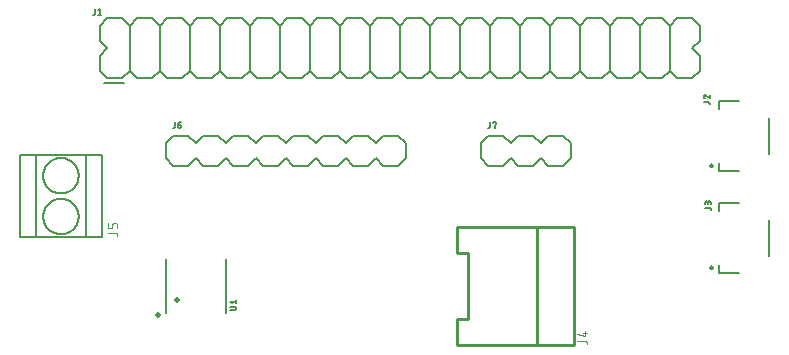
<source format=gbr>
G04 EAGLE Gerber RS-274X export*
G75*
%MOMM*%
%FSLAX34Y34*%
%LPD*%
%INSilkscreen Top*%
%IPPOS*%
%AMOC8*
5,1,8,0,0,1.08239X$1,22.5*%
G01*
%ADD10C,0.203200*%
%ADD11C,0.127000*%
%ADD12C,0.254000*%
%ADD13C,0.101600*%
%ADD14C,0.508000*%


D10*
X756666Y588518D02*
X750316Y582168D01*
X731266Y588518D02*
X724916Y582168D01*
X712216Y582168D01*
X705866Y588518D01*
X731266Y588518D02*
X737616Y582168D01*
X750316Y582168D01*
X680466Y588518D02*
X674116Y582168D01*
X699516Y582168D02*
X705866Y588518D01*
X699516Y582168D02*
X686816Y582168D01*
X680466Y588518D01*
X655066Y588518D02*
X648716Y582168D01*
X636016Y582168D01*
X629666Y588518D01*
X655066Y588518D02*
X661416Y582168D01*
X674116Y582168D01*
X604266Y588518D02*
X597916Y582168D01*
X623316Y582168D02*
X629666Y588518D01*
X623316Y582168D02*
X610616Y582168D01*
X604266Y588518D01*
X578866Y588518D02*
X578866Y601218D01*
X585216Y607568D01*
X585216Y582168D02*
X597916Y582168D01*
X902716Y582168D02*
X909066Y588518D01*
X902716Y582168D02*
X890016Y582168D01*
X883666Y588518D01*
X858266Y588518D02*
X851916Y582168D01*
X877316Y582168D02*
X883666Y588518D01*
X877316Y582168D02*
X864616Y582168D01*
X858266Y588518D01*
X832866Y588518D02*
X826516Y582168D01*
X813816Y582168D01*
X807466Y588518D01*
X832866Y588518D02*
X839216Y582168D01*
X851916Y582168D01*
X782066Y588518D02*
X775716Y582168D01*
X801116Y582168D02*
X807466Y588518D01*
X801116Y582168D02*
X788416Y582168D01*
X782066Y588518D01*
X763016Y582168D02*
X756666Y588518D01*
X763016Y582168D02*
X775716Y582168D01*
X750316Y632968D02*
X737616Y632968D01*
X750316Y632968D02*
X756666Y626618D01*
X712216Y632968D02*
X705866Y626618D01*
X712216Y632968D02*
X724916Y632968D01*
X731266Y626618D01*
X737616Y632968D01*
X674116Y632968D02*
X661416Y632968D01*
X674116Y632968D02*
X680466Y626618D01*
X686816Y632968D01*
X699516Y632968D01*
X705866Y626618D01*
X636016Y632968D02*
X629666Y626618D01*
X636016Y632968D02*
X648716Y632968D01*
X655066Y626618D01*
X661416Y632968D01*
X597916Y632968D02*
X585216Y632968D01*
X597916Y632968D02*
X604266Y626618D01*
X610616Y632968D01*
X623316Y632968D01*
X629666Y626618D01*
X578866Y626618D02*
X578866Y613918D01*
X585216Y607568D01*
X883666Y626618D02*
X890016Y632968D01*
X902716Y632968D01*
X909066Y626618D01*
X851916Y632968D02*
X839216Y632968D01*
X851916Y632968D02*
X858266Y626618D01*
X864616Y632968D01*
X877316Y632968D01*
X883666Y626618D01*
X813816Y632968D02*
X807466Y626618D01*
X813816Y632968D02*
X826516Y632968D01*
X832866Y626618D01*
X839216Y632968D01*
X775716Y632968D02*
X763016Y632968D01*
X775716Y632968D02*
X782066Y626618D01*
X788416Y632968D01*
X801116Y632968D01*
X807466Y626618D01*
X763016Y632968D02*
X756666Y626618D01*
X604266Y626618D02*
X604266Y588518D01*
X629666Y588518D02*
X629666Y626618D01*
X655066Y626618D02*
X655066Y588518D01*
X680466Y588518D02*
X680466Y626618D01*
X705866Y626618D02*
X705866Y588518D01*
X731266Y588518D02*
X731266Y626618D01*
X756666Y626618D02*
X756666Y588518D01*
X782066Y588518D02*
X782066Y626618D01*
X807466Y626618D02*
X807466Y588518D01*
X832866Y588518D02*
X832866Y626618D01*
X858266Y626618D02*
X858266Y588518D01*
X883666Y588518D02*
X883666Y626618D01*
X1086866Y626618D02*
X1086866Y613918D01*
X1086866Y601218D02*
X1086866Y588518D01*
X1086866Y601218D02*
X1080516Y607568D01*
X1086866Y613918D01*
X928116Y632968D02*
X915416Y632968D01*
X928116Y632968D02*
X934466Y626618D01*
X915416Y632968D02*
X909066Y626618D01*
X1061466Y626618D02*
X1067816Y632968D01*
X1080516Y632968D01*
X1086866Y626618D01*
X1029716Y632968D02*
X1017016Y632968D01*
X1029716Y632968D02*
X1036066Y626618D01*
X1042416Y632968D01*
X1055116Y632968D01*
X1061466Y626618D01*
X991616Y632968D02*
X985266Y626618D01*
X991616Y632968D02*
X1004316Y632968D01*
X1010666Y626618D01*
X1017016Y632968D01*
X953516Y632968D02*
X940816Y632968D01*
X953516Y632968D02*
X959866Y626618D01*
X966216Y632968D01*
X978916Y632968D01*
X985266Y626618D01*
X940816Y632968D02*
X934466Y626618D01*
X909066Y626618D02*
X909066Y588518D01*
X934466Y588518D02*
X934466Y626618D01*
X959866Y626618D02*
X959866Y588518D01*
X985266Y588518D02*
X985266Y626618D01*
X1010666Y626618D02*
X1010666Y588518D01*
X1036066Y588518D02*
X1036066Y626618D01*
X1061466Y626618D02*
X1061466Y588518D01*
X1067816Y582168D02*
X1080516Y582168D01*
X1067816Y582168D02*
X1061466Y588518D01*
X1080516Y582168D02*
X1086866Y588518D01*
X934466Y588518D02*
X928116Y582168D01*
X915416Y582168D01*
X909066Y588518D01*
X966216Y582168D02*
X978916Y582168D01*
X966216Y582168D02*
X959866Y588518D01*
X953516Y582168D01*
X940816Y582168D01*
X934466Y588518D01*
X1004316Y582168D02*
X1010666Y588518D01*
X1004316Y582168D02*
X991616Y582168D01*
X985266Y588518D01*
X978916Y582168D01*
X1042416Y582168D02*
X1055116Y582168D01*
X1042416Y582168D02*
X1036066Y588518D01*
X1029716Y582168D01*
X1017016Y582168D01*
X1010666Y588518D01*
X1055116Y582168D02*
X1061466Y588518D01*
X585216Y582168D02*
X578866Y588518D01*
X578866Y626618D02*
X585216Y632968D01*
X582676Y578358D02*
X599186Y578358D01*
D11*
X574760Y637215D02*
X574760Y640969D01*
X574759Y637215D02*
X574757Y637150D01*
X574751Y637086D01*
X574741Y637022D01*
X574728Y636958D01*
X574710Y636896D01*
X574689Y636835D01*
X574665Y636775D01*
X574636Y636717D01*
X574604Y636660D01*
X574569Y636606D01*
X574531Y636554D01*
X574489Y636504D01*
X574445Y636457D01*
X574398Y636413D01*
X574348Y636371D01*
X574296Y636333D01*
X574242Y636298D01*
X574185Y636266D01*
X574127Y636237D01*
X574067Y636213D01*
X574006Y636192D01*
X573944Y636174D01*
X573880Y636161D01*
X573816Y636151D01*
X573752Y636145D01*
X573687Y636143D01*
X573151Y636143D01*
X577708Y639897D02*
X579048Y640969D01*
X579048Y636143D01*
X577708Y636143D02*
X580389Y636143D01*
D10*
X1145820Y548400D02*
X1145820Y518400D01*
X1119820Y503400D02*
X1103320Y503400D01*
X1103320Y555900D02*
X1103320Y563400D01*
X1119820Y563400D01*
X1103320Y510900D02*
X1103320Y503400D01*
X1095804Y508400D02*
X1095806Y508463D01*
X1095812Y508526D01*
X1095822Y508589D01*
X1095835Y508650D01*
X1095853Y508711D01*
X1095874Y508770D01*
X1095899Y508829D01*
X1095927Y508885D01*
X1095959Y508940D01*
X1095994Y508992D01*
X1096033Y509042D01*
X1096074Y509090D01*
X1096119Y509135D01*
X1096166Y509177D01*
X1096215Y509216D01*
X1096267Y509252D01*
X1096321Y509285D01*
X1096377Y509314D01*
X1096435Y509340D01*
X1096494Y509362D01*
X1096554Y509381D01*
X1096616Y509395D01*
X1096678Y509406D01*
X1096741Y509413D01*
X1096804Y509416D01*
X1096867Y509415D01*
X1096930Y509410D01*
X1096993Y509401D01*
X1097055Y509388D01*
X1097116Y509372D01*
X1097176Y509352D01*
X1097234Y509328D01*
X1097291Y509300D01*
X1097346Y509269D01*
X1097399Y509235D01*
X1097450Y509197D01*
X1097498Y509156D01*
X1097544Y509113D01*
X1097587Y509066D01*
X1097627Y509017D01*
X1097664Y508966D01*
X1097697Y508913D01*
X1097727Y508857D01*
X1097754Y508800D01*
X1097777Y508741D01*
X1097796Y508681D01*
X1097812Y508619D01*
X1097824Y508557D01*
X1097832Y508495D01*
X1097836Y508432D01*
X1097836Y508368D01*
X1097832Y508305D01*
X1097824Y508243D01*
X1097812Y508181D01*
X1097796Y508119D01*
X1097777Y508059D01*
X1097754Y508000D01*
X1097727Y507943D01*
X1097697Y507887D01*
X1097664Y507834D01*
X1097627Y507783D01*
X1097587Y507734D01*
X1097544Y507687D01*
X1097498Y507644D01*
X1097450Y507603D01*
X1097399Y507565D01*
X1097346Y507531D01*
X1097291Y507500D01*
X1097234Y507472D01*
X1097176Y507448D01*
X1097116Y507428D01*
X1097055Y507412D01*
X1096993Y507399D01*
X1096930Y507390D01*
X1096867Y507385D01*
X1096804Y507384D01*
X1096741Y507387D01*
X1096678Y507394D01*
X1096616Y507405D01*
X1096554Y507419D01*
X1096494Y507438D01*
X1096435Y507460D01*
X1096377Y507486D01*
X1096321Y507515D01*
X1096267Y507548D01*
X1096215Y507584D01*
X1096166Y507623D01*
X1096119Y507665D01*
X1096074Y507710D01*
X1096033Y507758D01*
X1095994Y507808D01*
X1095959Y507860D01*
X1095927Y507915D01*
X1095899Y507971D01*
X1095874Y508030D01*
X1095853Y508089D01*
X1095835Y508150D01*
X1095822Y508211D01*
X1095812Y508274D01*
X1095806Y508337D01*
X1095804Y508400D01*
D11*
X1094303Y562314D02*
X1090549Y562314D01*
X1094303Y562313D02*
X1094368Y562311D01*
X1094432Y562305D01*
X1094496Y562295D01*
X1094560Y562282D01*
X1094622Y562264D01*
X1094683Y562243D01*
X1094743Y562219D01*
X1094801Y562190D01*
X1094858Y562158D01*
X1094912Y562123D01*
X1094964Y562085D01*
X1095014Y562043D01*
X1095061Y561999D01*
X1095105Y561952D01*
X1095147Y561902D01*
X1095185Y561850D01*
X1095220Y561796D01*
X1095252Y561739D01*
X1095281Y561681D01*
X1095305Y561621D01*
X1095326Y561560D01*
X1095344Y561498D01*
X1095357Y561434D01*
X1095367Y561370D01*
X1095373Y561306D01*
X1095375Y561241D01*
X1095375Y560705D01*
X1090549Y566736D02*
X1090551Y566804D01*
X1090557Y566871D01*
X1090566Y566938D01*
X1090579Y567005D01*
X1090596Y567070D01*
X1090617Y567135D01*
X1090641Y567198D01*
X1090669Y567260D01*
X1090700Y567320D01*
X1090734Y567378D01*
X1090772Y567434D01*
X1090812Y567489D01*
X1090856Y567540D01*
X1090903Y567589D01*
X1090952Y567636D01*
X1091003Y567680D01*
X1091058Y567720D01*
X1091114Y567758D01*
X1091172Y567792D01*
X1091232Y567823D01*
X1091294Y567851D01*
X1091357Y567875D01*
X1091422Y567896D01*
X1091487Y567913D01*
X1091554Y567926D01*
X1091621Y567935D01*
X1091688Y567941D01*
X1091756Y567943D01*
X1090549Y566736D02*
X1090551Y566658D01*
X1090557Y566580D01*
X1090567Y566503D01*
X1090580Y566426D01*
X1090598Y566350D01*
X1090619Y566275D01*
X1090644Y566201D01*
X1090673Y566129D01*
X1090705Y566058D01*
X1090741Y565989D01*
X1090780Y565921D01*
X1090823Y565856D01*
X1090869Y565793D01*
X1090918Y565732D01*
X1090970Y565674D01*
X1091025Y565619D01*
X1091082Y565566D01*
X1091142Y565517D01*
X1091205Y565470D01*
X1091270Y565427D01*
X1091336Y565387D01*
X1091405Y565350D01*
X1091476Y565317D01*
X1091548Y565287D01*
X1091622Y565261D01*
X1092694Y567541D02*
X1092645Y567590D01*
X1092593Y567637D01*
X1092538Y567680D01*
X1092481Y567721D01*
X1092422Y567759D01*
X1092361Y567793D01*
X1092298Y567824D01*
X1092234Y567852D01*
X1092168Y567876D01*
X1092102Y567896D01*
X1092034Y567913D01*
X1091965Y567926D01*
X1091896Y567935D01*
X1091826Y567941D01*
X1091756Y567943D01*
X1092694Y567541D02*
X1095375Y565262D01*
X1095375Y567943D01*
D10*
X1145820Y462040D02*
X1145820Y432040D01*
X1119820Y417040D02*
X1103320Y417040D01*
X1103320Y469540D02*
X1103320Y477040D01*
X1119820Y477040D01*
X1103320Y424540D02*
X1103320Y417040D01*
X1095804Y422040D02*
X1095806Y422103D01*
X1095812Y422166D01*
X1095822Y422229D01*
X1095835Y422290D01*
X1095853Y422351D01*
X1095874Y422410D01*
X1095899Y422469D01*
X1095927Y422525D01*
X1095959Y422580D01*
X1095994Y422632D01*
X1096033Y422682D01*
X1096074Y422730D01*
X1096119Y422775D01*
X1096166Y422817D01*
X1096215Y422856D01*
X1096267Y422892D01*
X1096321Y422925D01*
X1096377Y422954D01*
X1096435Y422980D01*
X1096494Y423002D01*
X1096554Y423021D01*
X1096616Y423035D01*
X1096678Y423046D01*
X1096741Y423053D01*
X1096804Y423056D01*
X1096867Y423055D01*
X1096930Y423050D01*
X1096993Y423041D01*
X1097055Y423028D01*
X1097116Y423012D01*
X1097176Y422992D01*
X1097234Y422968D01*
X1097291Y422940D01*
X1097346Y422909D01*
X1097399Y422875D01*
X1097450Y422837D01*
X1097498Y422796D01*
X1097544Y422753D01*
X1097587Y422706D01*
X1097627Y422657D01*
X1097664Y422606D01*
X1097697Y422553D01*
X1097727Y422497D01*
X1097754Y422440D01*
X1097777Y422381D01*
X1097796Y422321D01*
X1097812Y422259D01*
X1097824Y422197D01*
X1097832Y422135D01*
X1097836Y422072D01*
X1097836Y422008D01*
X1097832Y421945D01*
X1097824Y421883D01*
X1097812Y421821D01*
X1097796Y421759D01*
X1097777Y421699D01*
X1097754Y421640D01*
X1097727Y421583D01*
X1097697Y421527D01*
X1097664Y421474D01*
X1097627Y421423D01*
X1097587Y421374D01*
X1097544Y421327D01*
X1097498Y421284D01*
X1097450Y421243D01*
X1097399Y421205D01*
X1097346Y421171D01*
X1097291Y421140D01*
X1097234Y421112D01*
X1097176Y421088D01*
X1097116Y421068D01*
X1097055Y421052D01*
X1096993Y421039D01*
X1096930Y421030D01*
X1096867Y421025D01*
X1096804Y421024D01*
X1096741Y421027D01*
X1096678Y421034D01*
X1096616Y421045D01*
X1096554Y421059D01*
X1096494Y421078D01*
X1096435Y421100D01*
X1096377Y421126D01*
X1096321Y421155D01*
X1096267Y421188D01*
X1096215Y421224D01*
X1096166Y421263D01*
X1096119Y421305D01*
X1096074Y421350D01*
X1096033Y421398D01*
X1095994Y421448D01*
X1095959Y421500D01*
X1095927Y421555D01*
X1095899Y421611D01*
X1095874Y421670D01*
X1095853Y421729D01*
X1095835Y421790D01*
X1095822Y421851D01*
X1095812Y421914D01*
X1095806Y421977D01*
X1095804Y422040D01*
D11*
X1095319Y472526D02*
X1091565Y472526D01*
X1095319Y472526D02*
X1095384Y472524D01*
X1095448Y472518D01*
X1095512Y472508D01*
X1095576Y472495D01*
X1095638Y472477D01*
X1095699Y472456D01*
X1095759Y472432D01*
X1095817Y472403D01*
X1095874Y472371D01*
X1095928Y472336D01*
X1095980Y472298D01*
X1096030Y472256D01*
X1096077Y472212D01*
X1096121Y472165D01*
X1096163Y472115D01*
X1096201Y472063D01*
X1096236Y472009D01*
X1096268Y471952D01*
X1096297Y471894D01*
X1096321Y471834D01*
X1096342Y471773D01*
X1096360Y471711D01*
X1096373Y471647D01*
X1096383Y471583D01*
X1096389Y471519D01*
X1096391Y471454D01*
X1096391Y470917D01*
X1096391Y475474D02*
X1096391Y476814D01*
X1096389Y476885D01*
X1096383Y476957D01*
X1096374Y477027D01*
X1096361Y477097D01*
X1096344Y477167D01*
X1096323Y477235D01*
X1096299Y477302D01*
X1096271Y477368D01*
X1096240Y477432D01*
X1096205Y477495D01*
X1096167Y477555D01*
X1096126Y477614D01*
X1096082Y477670D01*
X1096035Y477724D01*
X1095986Y477775D01*
X1095933Y477823D01*
X1095878Y477869D01*
X1095821Y477911D01*
X1095761Y477951D01*
X1095700Y477987D01*
X1095636Y478020D01*
X1095571Y478049D01*
X1095505Y478075D01*
X1095437Y478098D01*
X1095368Y478117D01*
X1095298Y478132D01*
X1095228Y478143D01*
X1095157Y478151D01*
X1095086Y478155D01*
X1095014Y478155D01*
X1094943Y478151D01*
X1094872Y478143D01*
X1094802Y478132D01*
X1094732Y478117D01*
X1094663Y478098D01*
X1094595Y478075D01*
X1094529Y478049D01*
X1094464Y478020D01*
X1094400Y477987D01*
X1094339Y477951D01*
X1094279Y477911D01*
X1094222Y477869D01*
X1094167Y477823D01*
X1094114Y477775D01*
X1094065Y477724D01*
X1094018Y477670D01*
X1093974Y477614D01*
X1093933Y477555D01*
X1093895Y477495D01*
X1093860Y477432D01*
X1093829Y477368D01*
X1093801Y477302D01*
X1093777Y477235D01*
X1093756Y477167D01*
X1093739Y477097D01*
X1093726Y477027D01*
X1093717Y476957D01*
X1093711Y476885D01*
X1093709Y476814D01*
X1091565Y477083D02*
X1091565Y475474D01*
X1091565Y477083D02*
X1091567Y477148D01*
X1091573Y477212D01*
X1091583Y477276D01*
X1091596Y477340D01*
X1091614Y477402D01*
X1091635Y477463D01*
X1091659Y477523D01*
X1091688Y477581D01*
X1091720Y477638D01*
X1091755Y477692D01*
X1091793Y477744D01*
X1091835Y477794D01*
X1091879Y477841D01*
X1091926Y477885D01*
X1091976Y477927D01*
X1092028Y477965D01*
X1092082Y478000D01*
X1092139Y478032D01*
X1092197Y478061D01*
X1092257Y478085D01*
X1092318Y478106D01*
X1092380Y478124D01*
X1092444Y478137D01*
X1092508Y478147D01*
X1092572Y478153D01*
X1092637Y478155D01*
X1092702Y478153D01*
X1092766Y478147D01*
X1092830Y478137D01*
X1092894Y478124D01*
X1092956Y478106D01*
X1093017Y478085D01*
X1093077Y478061D01*
X1093135Y478032D01*
X1093192Y478000D01*
X1093246Y477965D01*
X1093298Y477927D01*
X1093348Y477885D01*
X1093395Y477841D01*
X1093439Y477794D01*
X1093481Y477744D01*
X1093519Y477692D01*
X1093554Y477638D01*
X1093586Y477581D01*
X1093615Y477523D01*
X1093639Y477463D01*
X1093660Y477402D01*
X1093678Y477340D01*
X1093691Y477276D01*
X1093701Y477212D01*
X1093707Y477148D01*
X1093709Y477083D01*
X1093710Y477083D02*
X1093710Y476010D01*
X975200Y356400D02*
X955200Y356400D01*
D12*
X949200Y356400D02*
X881200Y356400D01*
X949200Y356400D02*
X980200Y356400D01*
X980200Y456400D02*
X949200Y456400D01*
X881200Y456400D01*
X980200Y456400D02*
X980200Y356400D01*
X949200Y356400D02*
X949200Y456400D01*
X881200Y378400D02*
X881200Y356400D01*
X881200Y378400D02*
X891200Y378400D01*
X891200Y434400D01*
X881200Y434400D01*
X881200Y456400D01*
D13*
X983488Y360003D02*
X989612Y360003D01*
X989693Y360001D01*
X989773Y359996D01*
X989854Y359986D01*
X989934Y359973D01*
X990013Y359957D01*
X990091Y359936D01*
X990168Y359912D01*
X990244Y359885D01*
X990319Y359854D01*
X990392Y359820D01*
X990464Y359782D01*
X990533Y359741D01*
X990601Y359697D01*
X990667Y359650D01*
X990730Y359599D01*
X990791Y359546D01*
X990849Y359490D01*
X990905Y359432D01*
X990958Y359371D01*
X991009Y359308D01*
X991056Y359242D01*
X991100Y359174D01*
X991141Y359105D01*
X991179Y359033D01*
X991213Y358960D01*
X991244Y358885D01*
X991271Y358809D01*
X991295Y358732D01*
X991316Y358654D01*
X991332Y358575D01*
X991345Y358495D01*
X991355Y358414D01*
X991360Y358334D01*
X991362Y358253D01*
X991362Y357378D01*
X989612Y363856D02*
X983488Y365606D01*
X989612Y363856D02*
X989612Y368231D01*
X987862Y366918D02*
X991362Y366918D01*
D11*
X511100Y447600D02*
X511100Y517600D01*
X525100Y517600D01*
X567100Y517600D01*
X581100Y517600D01*
X581100Y447600D01*
X567100Y447600D01*
X525100Y447600D01*
X511100Y447600D01*
X525100Y447600D02*
X525100Y517600D01*
X567100Y517600D02*
X567100Y447600D01*
X531100Y465300D02*
X531105Y465668D01*
X531118Y466036D01*
X531141Y466403D01*
X531172Y466770D01*
X531213Y467136D01*
X531262Y467501D01*
X531321Y467864D01*
X531388Y468226D01*
X531464Y468587D01*
X531550Y468945D01*
X531643Y469301D01*
X531746Y469654D01*
X531857Y470005D01*
X531977Y470353D01*
X532105Y470698D01*
X532242Y471040D01*
X532387Y471379D01*
X532540Y471713D01*
X532702Y472044D01*
X532871Y472371D01*
X533049Y472693D01*
X533234Y473012D01*
X533427Y473325D01*
X533628Y473634D01*
X533836Y473937D01*
X534052Y474235D01*
X534275Y474528D01*
X534505Y474816D01*
X534742Y475098D01*
X534986Y475373D01*
X535236Y475643D01*
X535493Y475907D01*
X535757Y476164D01*
X536027Y476414D01*
X536302Y476658D01*
X536584Y476895D01*
X536872Y477125D01*
X537165Y477348D01*
X537463Y477564D01*
X537766Y477772D01*
X538075Y477973D01*
X538388Y478166D01*
X538707Y478351D01*
X539029Y478529D01*
X539356Y478698D01*
X539687Y478860D01*
X540021Y479013D01*
X540360Y479158D01*
X540702Y479295D01*
X541047Y479423D01*
X541395Y479543D01*
X541746Y479654D01*
X542099Y479757D01*
X542455Y479850D01*
X542813Y479936D01*
X543174Y480012D01*
X543536Y480079D01*
X543899Y480138D01*
X544264Y480187D01*
X544630Y480228D01*
X544997Y480259D01*
X545364Y480282D01*
X545732Y480295D01*
X546100Y480300D01*
X546468Y480295D01*
X546836Y480282D01*
X547203Y480259D01*
X547570Y480228D01*
X547936Y480187D01*
X548301Y480138D01*
X548664Y480079D01*
X549026Y480012D01*
X549387Y479936D01*
X549745Y479850D01*
X550101Y479757D01*
X550454Y479654D01*
X550805Y479543D01*
X551153Y479423D01*
X551498Y479295D01*
X551840Y479158D01*
X552179Y479013D01*
X552513Y478860D01*
X552844Y478698D01*
X553171Y478529D01*
X553493Y478351D01*
X553812Y478166D01*
X554125Y477973D01*
X554434Y477772D01*
X554737Y477564D01*
X555035Y477348D01*
X555328Y477125D01*
X555616Y476895D01*
X555898Y476658D01*
X556173Y476414D01*
X556443Y476164D01*
X556707Y475907D01*
X556964Y475643D01*
X557214Y475373D01*
X557458Y475098D01*
X557695Y474816D01*
X557925Y474528D01*
X558148Y474235D01*
X558364Y473937D01*
X558572Y473634D01*
X558773Y473325D01*
X558966Y473012D01*
X559151Y472693D01*
X559329Y472371D01*
X559498Y472044D01*
X559660Y471713D01*
X559813Y471379D01*
X559958Y471040D01*
X560095Y470698D01*
X560223Y470353D01*
X560343Y470005D01*
X560454Y469654D01*
X560557Y469301D01*
X560650Y468945D01*
X560736Y468587D01*
X560812Y468226D01*
X560879Y467864D01*
X560938Y467501D01*
X560987Y467136D01*
X561028Y466770D01*
X561059Y466403D01*
X561082Y466036D01*
X561095Y465668D01*
X561100Y465300D01*
X561095Y464932D01*
X561082Y464564D01*
X561059Y464197D01*
X561028Y463830D01*
X560987Y463464D01*
X560938Y463099D01*
X560879Y462736D01*
X560812Y462374D01*
X560736Y462013D01*
X560650Y461655D01*
X560557Y461299D01*
X560454Y460946D01*
X560343Y460595D01*
X560223Y460247D01*
X560095Y459902D01*
X559958Y459560D01*
X559813Y459221D01*
X559660Y458887D01*
X559498Y458556D01*
X559329Y458229D01*
X559151Y457907D01*
X558966Y457588D01*
X558773Y457275D01*
X558572Y456966D01*
X558364Y456663D01*
X558148Y456365D01*
X557925Y456072D01*
X557695Y455784D01*
X557458Y455502D01*
X557214Y455227D01*
X556964Y454957D01*
X556707Y454693D01*
X556443Y454436D01*
X556173Y454186D01*
X555898Y453942D01*
X555616Y453705D01*
X555328Y453475D01*
X555035Y453252D01*
X554737Y453036D01*
X554434Y452828D01*
X554125Y452627D01*
X553812Y452434D01*
X553493Y452249D01*
X553171Y452071D01*
X552844Y451902D01*
X552513Y451740D01*
X552179Y451587D01*
X551840Y451442D01*
X551498Y451305D01*
X551153Y451177D01*
X550805Y451057D01*
X550454Y450946D01*
X550101Y450843D01*
X549745Y450750D01*
X549387Y450664D01*
X549026Y450588D01*
X548664Y450521D01*
X548301Y450462D01*
X547936Y450413D01*
X547570Y450372D01*
X547203Y450341D01*
X546836Y450318D01*
X546468Y450305D01*
X546100Y450300D01*
X545732Y450305D01*
X545364Y450318D01*
X544997Y450341D01*
X544630Y450372D01*
X544264Y450413D01*
X543899Y450462D01*
X543536Y450521D01*
X543174Y450588D01*
X542813Y450664D01*
X542455Y450750D01*
X542099Y450843D01*
X541746Y450946D01*
X541395Y451057D01*
X541047Y451177D01*
X540702Y451305D01*
X540360Y451442D01*
X540021Y451587D01*
X539687Y451740D01*
X539356Y451902D01*
X539029Y452071D01*
X538707Y452249D01*
X538388Y452434D01*
X538075Y452627D01*
X537766Y452828D01*
X537463Y453036D01*
X537165Y453252D01*
X536872Y453475D01*
X536584Y453705D01*
X536302Y453942D01*
X536027Y454186D01*
X535757Y454436D01*
X535493Y454693D01*
X535236Y454957D01*
X534986Y455227D01*
X534742Y455502D01*
X534505Y455784D01*
X534275Y456072D01*
X534052Y456365D01*
X533836Y456663D01*
X533628Y456966D01*
X533427Y457275D01*
X533234Y457588D01*
X533049Y457907D01*
X532871Y458229D01*
X532702Y458556D01*
X532540Y458887D01*
X532387Y459221D01*
X532242Y459560D01*
X532105Y459902D01*
X531977Y460247D01*
X531857Y460595D01*
X531746Y460946D01*
X531643Y461299D01*
X531550Y461655D01*
X531464Y462013D01*
X531388Y462374D01*
X531321Y462736D01*
X531262Y463099D01*
X531213Y463464D01*
X531172Y463830D01*
X531141Y464197D01*
X531118Y464564D01*
X531105Y464932D01*
X531100Y465300D01*
X531100Y499900D02*
X531105Y500268D01*
X531118Y500636D01*
X531141Y501003D01*
X531172Y501370D01*
X531213Y501736D01*
X531262Y502101D01*
X531321Y502464D01*
X531388Y502826D01*
X531464Y503187D01*
X531550Y503545D01*
X531643Y503901D01*
X531746Y504254D01*
X531857Y504605D01*
X531977Y504953D01*
X532105Y505298D01*
X532242Y505640D01*
X532387Y505979D01*
X532540Y506313D01*
X532702Y506644D01*
X532871Y506971D01*
X533049Y507293D01*
X533234Y507612D01*
X533427Y507925D01*
X533628Y508234D01*
X533836Y508537D01*
X534052Y508835D01*
X534275Y509128D01*
X534505Y509416D01*
X534742Y509698D01*
X534986Y509973D01*
X535236Y510243D01*
X535493Y510507D01*
X535757Y510764D01*
X536027Y511014D01*
X536302Y511258D01*
X536584Y511495D01*
X536872Y511725D01*
X537165Y511948D01*
X537463Y512164D01*
X537766Y512372D01*
X538075Y512573D01*
X538388Y512766D01*
X538707Y512951D01*
X539029Y513129D01*
X539356Y513298D01*
X539687Y513460D01*
X540021Y513613D01*
X540360Y513758D01*
X540702Y513895D01*
X541047Y514023D01*
X541395Y514143D01*
X541746Y514254D01*
X542099Y514357D01*
X542455Y514450D01*
X542813Y514536D01*
X543174Y514612D01*
X543536Y514679D01*
X543899Y514738D01*
X544264Y514787D01*
X544630Y514828D01*
X544997Y514859D01*
X545364Y514882D01*
X545732Y514895D01*
X546100Y514900D01*
X546468Y514895D01*
X546836Y514882D01*
X547203Y514859D01*
X547570Y514828D01*
X547936Y514787D01*
X548301Y514738D01*
X548664Y514679D01*
X549026Y514612D01*
X549387Y514536D01*
X549745Y514450D01*
X550101Y514357D01*
X550454Y514254D01*
X550805Y514143D01*
X551153Y514023D01*
X551498Y513895D01*
X551840Y513758D01*
X552179Y513613D01*
X552513Y513460D01*
X552844Y513298D01*
X553171Y513129D01*
X553493Y512951D01*
X553812Y512766D01*
X554125Y512573D01*
X554434Y512372D01*
X554737Y512164D01*
X555035Y511948D01*
X555328Y511725D01*
X555616Y511495D01*
X555898Y511258D01*
X556173Y511014D01*
X556443Y510764D01*
X556707Y510507D01*
X556964Y510243D01*
X557214Y509973D01*
X557458Y509698D01*
X557695Y509416D01*
X557925Y509128D01*
X558148Y508835D01*
X558364Y508537D01*
X558572Y508234D01*
X558773Y507925D01*
X558966Y507612D01*
X559151Y507293D01*
X559329Y506971D01*
X559498Y506644D01*
X559660Y506313D01*
X559813Y505979D01*
X559958Y505640D01*
X560095Y505298D01*
X560223Y504953D01*
X560343Y504605D01*
X560454Y504254D01*
X560557Y503901D01*
X560650Y503545D01*
X560736Y503187D01*
X560812Y502826D01*
X560879Y502464D01*
X560938Y502101D01*
X560987Y501736D01*
X561028Y501370D01*
X561059Y501003D01*
X561082Y500636D01*
X561095Y500268D01*
X561100Y499900D01*
X561095Y499532D01*
X561082Y499164D01*
X561059Y498797D01*
X561028Y498430D01*
X560987Y498064D01*
X560938Y497699D01*
X560879Y497336D01*
X560812Y496974D01*
X560736Y496613D01*
X560650Y496255D01*
X560557Y495899D01*
X560454Y495546D01*
X560343Y495195D01*
X560223Y494847D01*
X560095Y494502D01*
X559958Y494160D01*
X559813Y493821D01*
X559660Y493487D01*
X559498Y493156D01*
X559329Y492829D01*
X559151Y492507D01*
X558966Y492188D01*
X558773Y491875D01*
X558572Y491566D01*
X558364Y491263D01*
X558148Y490965D01*
X557925Y490672D01*
X557695Y490384D01*
X557458Y490102D01*
X557214Y489827D01*
X556964Y489557D01*
X556707Y489293D01*
X556443Y489036D01*
X556173Y488786D01*
X555898Y488542D01*
X555616Y488305D01*
X555328Y488075D01*
X555035Y487852D01*
X554737Y487636D01*
X554434Y487428D01*
X554125Y487227D01*
X553812Y487034D01*
X553493Y486849D01*
X553171Y486671D01*
X552844Y486502D01*
X552513Y486340D01*
X552179Y486187D01*
X551840Y486042D01*
X551498Y485905D01*
X551153Y485777D01*
X550805Y485657D01*
X550454Y485546D01*
X550101Y485443D01*
X549745Y485350D01*
X549387Y485264D01*
X549026Y485188D01*
X548664Y485121D01*
X548301Y485062D01*
X547936Y485013D01*
X547570Y484972D01*
X547203Y484941D01*
X546836Y484918D01*
X546468Y484905D01*
X546100Y484900D01*
X545732Y484905D01*
X545364Y484918D01*
X544997Y484941D01*
X544630Y484972D01*
X544264Y485013D01*
X543899Y485062D01*
X543536Y485121D01*
X543174Y485188D01*
X542813Y485264D01*
X542455Y485350D01*
X542099Y485443D01*
X541746Y485546D01*
X541395Y485657D01*
X541047Y485777D01*
X540702Y485905D01*
X540360Y486042D01*
X540021Y486187D01*
X539687Y486340D01*
X539356Y486502D01*
X539029Y486671D01*
X538707Y486849D01*
X538388Y487034D01*
X538075Y487227D01*
X537766Y487428D01*
X537463Y487636D01*
X537165Y487852D01*
X536872Y488075D01*
X536584Y488305D01*
X536302Y488542D01*
X536027Y488786D01*
X535757Y489036D01*
X535493Y489293D01*
X535236Y489557D01*
X534986Y489827D01*
X534742Y490102D01*
X534505Y490384D01*
X534275Y490672D01*
X534052Y490965D01*
X533836Y491263D01*
X533628Y491566D01*
X533427Y491875D01*
X533234Y492188D01*
X533049Y492507D01*
X532871Y492829D01*
X532702Y493156D01*
X532540Y493487D01*
X532387Y493821D01*
X532242Y494160D01*
X532105Y494502D01*
X531977Y494847D01*
X531857Y495195D01*
X531746Y495546D01*
X531643Y495899D01*
X531550Y496255D01*
X531464Y496613D01*
X531388Y496974D01*
X531321Y497336D01*
X531262Y497699D01*
X531213Y498064D01*
X531172Y498430D01*
X531141Y498797D01*
X531118Y499164D01*
X531105Y499532D01*
X531100Y499900D01*
D13*
X585978Y451443D02*
X592102Y451443D01*
X592183Y451441D01*
X592263Y451436D01*
X592344Y451426D01*
X592424Y451413D01*
X592503Y451397D01*
X592581Y451376D01*
X592658Y451352D01*
X592734Y451325D01*
X592809Y451294D01*
X592882Y451260D01*
X592954Y451222D01*
X593023Y451181D01*
X593091Y451137D01*
X593157Y451090D01*
X593220Y451039D01*
X593281Y450986D01*
X593339Y450930D01*
X593395Y450872D01*
X593448Y450811D01*
X593499Y450748D01*
X593546Y450682D01*
X593590Y450614D01*
X593631Y450545D01*
X593669Y450473D01*
X593703Y450400D01*
X593734Y450325D01*
X593761Y450249D01*
X593785Y450172D01*
X593806Y450094D01*
X593822Y450015D01*
X593835Y449935D01*
X593845Y449854D01*
X593850Y449774D01*
X593852Y449693D01*
X593852Y448818D01*
X593852Y455296D02*
X593852Y457921D01*
X593850Y458002D01*
X593845Y458082D01*
X593835Y458163D01*
X593822Y458243D01*
X593806Y458322D01*
X593785Y458400D01*
X593761Y458477D01*
X593734Y458553D01*
X593703Y458628D01*
X593669Y458701D01*
X593631Y458773D01*
X593590Y458842D01*
X593546Y458910D01*
X593499Y458976D01*
X593448Y459039D01*
X593395Y459100D01*
X593339Y459158D01*
X593281Y459214D01*
X593220Y459267D01*
X593157Y459318D01*
X593091Y459365D01*
X593023Y459409D01*
X592954Y459450D01*
X592882Y459488D01*
X592809Y459522D01*
X592734Y459553D01*
X592658Y459580D01*
X592581Y459604D01*
X592503Y459625D01*
X592424Y459641D01*
X592344Y459654D01*
X592263Y459664D01*
X592183Y459669D01*
X592102Y459671D01*
X591227Y459671D01*
X591144Y459669D01*
X591061Y459663D01*
X590978Y459653D01*
X590896Y459639D01*
X590814Y459622D01*
X590734Y459600D01*
X590655Y459575D01*
X590577Y459546D01*
X590500Y459513D01*
X590425Y459476D01*
X590352Y459437D01*
X590281Y459393D01*
X590212Y459347D01*
X590145Y459297D01*
X590081Y459244D01*
X590019Y459188D01*
X589960Y459129D01*
X589904Y459067D01*
X589851Y459003D01*
X589802Y458936D01*
X589755Y458867D01*
X589711Y458796D01*
X589672Y458723D01*
X589635Y458648D01*
X589602Y458571D01*
X589573Y458493D01*
X589548Y458414D01*
X589526Y458334D01*
X589509Y458252D01*
X589495Y458170D01*
X589485Y458087D01*
X589479Y458004D01*
X589477Y457921D01*
X589478Y457921D02*
X589478Y455296D01*
X585978Y455296D01*
X585978Y459671D01*
D10*
X685546Y429228D02*
X685546Y383572D01*
X635254Y383572D02*
X635254Y429228D01*
D14*
X644144Y394208D03*
X628650Y381508D03*
D11*
X689483Y386207D02*
X692968Y386207D01*
X693039Y386209D01*
X693111Y386215D01*
X693181Y386224D01*
X693251Y386237D01*
X693321Y386254D01*
X693389Y386275D01*
X693456Y386299D01*
X693522Y386327D01*
X693586Y386358D01*
X693649Y386393D01*
X693709Y386431D01*
X693768Y386472D01*
X693824Y386516D01*
X693878Y386563D01*
X693929Y386612D01*
X693977Y386665D01*
X694023Y386720D01*
X694065Y386777D01*
X694105Y386837D01*
X694141Y386898D01*
X694174Y386962D01*
X694203Y387027D01*
X694229Y387093D01*
X694252Y387161D01*
X694271Y387230D01*
X694286Y387300D01*
X694297Y387370D01*
X694305Y387441D01*
X694309Y387512D01*
X694309Y387584D01*
X694305Y387655D01*
X694297Y387726D01*
X694286Y387796D01*
X694271Y387866D01*
X694252Y387935D01*
X694229Y388003D01*
X694203Y388069D01*
X694174Y388134D01*
X694141Y388198D01*
X694105Y388259D01*
X694065Y388319D01*
X694023Y388376D01*
X693977Y388431D01*
X693929Y388484D01*
X693878Y388533D01*
X693824Y388580D01*
X693768Y388624D01*
X693709Y388665D01*
X693649Y388703D01*
X693586Y388738D01*
X693522Y388769D01*
X693456Y388797D01*
X693389Y388821D01*
X693321Y388842D01*
X693251Y388859D01*
X693181Y388872D01*
X693111Y388881D01*
X693039Y388887D01*
X692968Y388889D01*
X692968Y388888D02*
X689483Y388888D01*
X690555Y391876D02*
X689483Y393217D01*
X694309Y393217D01*
X694309Y394557D02*
X694309Y391876D01*
D10*
X793750Y533400D02*
X806450Y533400D01*
X812800Y527050D01*
X812800Y514350D02*
X806450Y508000D01*
X768350Y533400D02*
X762000Y527050D01*
X768350Y533400D02*
X781050Y533400D01*
X787400Y527050D01*
X787400Y514350D02*
X781050Y508000D01*
X768350Y508000D01*
X762000Y514350D01*
X787400Y527050D02*
X793750Y533400D01*
X787400Y514350D02*
X793750Y508000D01*
X806450Y508000D01*
X730250Y533400D02*
X717550Y533400D01*
X730250Y533400D02*
X736600Y527050D01*
X736600Y514350D02*
X730250Y508000D01*
X736600Y527050D02*
X742950Y533400D01*
X755650Y533400D01*
X762000Y527050D01*
X762000Y514350D02*
X755650Y508000D01*
X742950Y508000D01*
X736600Y514350D01*
X692150Y533400D02*
X685800Y527050D01*
X692150Y533400D02*
X704850Y533400D01*
X711200Y527050D01*
X711200Y514350D02*
X704850Y508000D01*
X692150Y508000D01*
X685800Y514350D01*
X711200Y527050D02*
X717550Y533400D01*
X711200Y514350D02*
X717550Y508000D01*
X730250Y508000D01*
X654050Y533400D02*
X641350Y533400D01*
X654050Y533400D02*
X660400Y527050D01*
X660400Y514350D02*
X654050Y508000D01*
X660400Y527050D02*
X666750Y533400D01*
X679450Y533400D01*
X685800Y527050D01*
X685800Y514350D02*
X679450Y508000D01*
X666750Y508000D01*
X660400Y514350D01*
X635000Y514350D02*
X635000Y527050D01*
X641350Y533400D01*
X635000Y514350D02*
X641350Y508000D01*
X654050Y508000D01*
X819150Y533400D02*
X831850Y533400D01*
X838200Y527050D01*
X838200Y514350D01*
X831850Y508000D01*
X812800Y527050D02*
X819150Y533400D01*
X812800Y514350D02*
X819150Y508000D01*
X831850Y508000D01*
D11*
X642324Y541457D02*
X642324Y545211D01*
X642323Y541457D02*
X642321Y541392D01*
X642315Y541328D01*
X642305Y541264D01*
X642292Y541200D01*
X642274Y541138D01*
X642253Y541077D01*
X642229Y541017D01*
X642200Y540959D01*
X642168Y540902D01*
X642133Y540848D01*
X642095Y540796D01*
X642053Y540746D01*
X642009Y540699D01*
X641962Y540655D01*
X641912Y540613D01*
X641860Y540575D01*
X641806Y540540D01*
X641749Y540508D01*
X641691Y540479D01*
X641631Y540455D01*
X641570Y540434D01*
X641508Y540416D01*
X641444Y540403D01*
X641380Y540393D01*
X641316Y540387D01*
X641251Y540385D01*
X640715Y540385D01*
X645272Y543066D02*
X646880Y543066D01*
X646945Y543064D01*
X647009Y543058D01*
X647073Y543048D01*
X647137Y543035D01*
X647199Y543017D01*
X647260Y542996D01*
X647320Y542972D01*
X647378Y542943D01*
X647435Y542911D01*
X647489Y542876D01*
X647541Y542838D01*
X647591Y542796D01*
X647638Y542752D01*
X647682Y542705D01*
X647724Y542655D01*
X647762Y542603D01*
X647797Y542549D01*
X647829Y542492D01*
X647858Y542434D01*
X647882Y542374D01*
X647903Y542313D01*
X647921Y542251D01*
X647934Y542187D01*
X647944Y542123D01*
X647950Y542059D01*
X647952Y541994D01*
X647953Y541994D02*
X647953Y541726D01*
X647951Y541655D01*
X647945Y541583D01*
X647936Y541513D01*
X647923Y541443D01*
X647906Y541373D01*
X647885Y541305D01*
X647861Y541238D01*
X647833Y541172D01*
X647802Y541108D01*
X647767Y541045D01*
X647729Y540985D01*
X647688Y540926D01*
X647644Y540870D01*
X647597Y540816D01*
X647548Y540765D01*
X647495Y540717D01*
X647440Y540671D01*
X647383Y540629D01*
X647323Y540589D01*
X647262Y540553D01*
X647198Y540520D01*
X647133Y540491D01*
X647067Y540465D01*
X646999Y540442D01*
X646930Y540423D01*
X646860Y540408D01*
X646790Y540397D01*
X646719Y540389D01*
X646648Y540385D01*
X646576Y540385D01*
X646505Y540389D01*
X646434Y540397D01*
X646364Y540408D01*
X646294Y540423D01*
X646225Y540442D01*
X646157Y540465D01*
X646091Y540491D01*
X646026Y540520D01*
X645962Y540553D01*
X645901Y540589D01*
X645841Y540629D01*
X645784Y540671D01*
X645729Y540717D01*
X645676Y540765D01*
X645627Y540816D01*
X645580Y540870D01*
X645536Y540926D01*
X645495Y540985D01*
X645457Y541045D01*
X645422Y541108D01*
X645391Y541172D01*
X645363Y541238D01*
X645339Y541305D01*
X645318Y541373D01*
X645301Y541443D01*
X645288Y541513D01*
X645279Y541583D01*
X645273Y541655D01*
X645271Y541726D01*
X645272Y541726D02*
X645272Y543066D01*
X645274Y543157D01*
X645280Y543248D01*
X645289Y543338D01*
X645303Y543429D01*
X645320Y543518D01*
X645341Y543606D01*
X645366Y543694D01*
X645395Y543781D01*
X645427Y543866D01*
X645462Y543950D01*
X645502Y544032D01*
X645544Y544112D01*
X645590Y544191D01*
X645640Y544267D01*
X645692Y544341D01*
X645748Y544414D01*
X645807Y544483D01*
X645868Y544550D01*
X645933Y544615D01*
X646000Y544676D01*
X646069Y544735D01*
X646141Y544791D01*
X646216Y544843D01*
X646292Y544893D01*
X646371Y544939D01*
X646451Y544981D01*
X646533Y545021D01*
X646617Y545056D01*
X646702Y545088D01*
X646789Y545117D01*
X646876Y545142D01*
X646965Y545163D01*
X647054Y545180D01*
X647145Y545194D01*
X647235Y545203D01*
X647326Y545209D01*
X647417Y545211D01*
D10*
X952500Y527050D02*
X958850Y533400D01*
X971550Y533400D01*
X977900Y527050D01*
X977900Y514350D02*
X971550Y508000D01*
X958850Y508000D01*
X952500Y514350D01*
X920750Y533400D02*
X908050Y533400D01*
X920750Y533400D02*
X927100Y527050D01*
X927100Y514350D02*
X920750Y508000D01*
X927100Y527050D02*
X933450Y533400D01*
X946150Y533400D01*
X952500Y527050D01*
X952500Y514350D02*
X946150Y508000D01*
X933450Y508000D01*
X927100Y514350D01*
X901700Y514350D02*
X901700Y527050D01*
X908050Y533400D01*
X901700Y514350D02*
X908050Y508000D01*
X920750Y508000D01*
X977900Y514350D02*
X977900Y527050D01*
D11*
X909024Y541457D02*
X909024Y545211D01*
X909023Y541457D02*
X909021Y541392D01*
X909015Y541328D01*
X909005Y541264D01*
X908992Y541200D01*
X908974Y541138D01*
X908953Y541077D01*
X908929Y541017D01*
X908900Y540959D01*
X908868Y540902D01*
X908833Y540848D01*
X908795Y540796D01*
X908753Y540746D01*
X908709Y540699D01*
X908662Y540655D01*
X908612Y540613D01*
X908560Y540575D01*
X908506Y540540D01*
X908449Y540508D01*
X908391Y540479D01*
X908331Y540455D01*
X908270Y540434D01*
X908208Y540416D01*
X908144Y540403D01*
X908080Y540393D01*
X908016Y540387D01*
X907951Y540385D01*
X907415Y540385D01*
X911972Y544675D02*
X911972Y545211D01*
X914653Y545211D01*
X913312Y540385D01*
M02*

</source>
